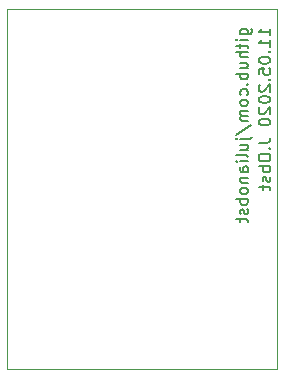
<source format=gbr>
G04 #@! TF.GenerationSoftware,KiCad,Pcbnew,(5.1.4)-1*
G04 #@! TF.CreationDate,2020-05-11T18:22:27+02:00*
G04 #@! TF.ProjectId,JtagArm20Adapter,4a746167-4172-46d3-9230-416461707465,rev?*
G04 #@! TF.SameCoordinates,Original*
G04 #@! TF.FileFunction,Legend,Bot*
G04 #@! TF.FilePolarity,Positive*
%FSLAX46Y46*%
G04 Gerber Fmt 4.6, Leading zero omitted, Abs format (unit mm)*
G04 Created by KiCad (PCBNEW (5.1.4)-1) date 2020-05-11 18:22:27*
%MOMM*%
%LPD*%
G04 APERTURE LIST*
%ADD10C,0.160000*%
%ADD11C,0.050000*%
G04 APERTURE END LIST*
D10*
X158154714Y-80907666D02*
X158964238Y-80907666D01*
X159059476Y-80860047D01*
X159107095Y-80812428D01*
X159154714Y-80717190D01*
X159154714Y-80574333D01*
X159107095Y-80479095D01*
X158773761Y-80907666D02*
X158821380Y-80812428D01*
X158821380Y-80621952D01*
X158773761Y-80526714D01*
X158726142Y-80479095D01*
X158630904Y-80431476D01*
X158345190Y-80431476D01*
X158249952Y-80479095D01*
X158202333Y-80526714D01*
X158154714Y-80621952D01*
X158154714Y-80812428D01*
X158202333Y-80907666D01*
X158821380Y-81383857D02*
X158154714Y-81383857D01*
X157821380Y-81383857D02*
X157869000Y-81336238D01*
X157916619Y-81383857D01*
X157869000Y-81431476D01*
X157821380Y-81383857D01*
X157916619Y-81383857D01*
X158154714Y-81717190D02*
X158154714Y-82098142D01*
X157821380Y-81860047D02*
X158678523Y-81860047D01*
X158773761Y-81907666D01*
X158821380Y-82002904D01*
X158821380Y-82098142D01*
X158821380Y-82431476D02*
X157821380Y-82431476D01*
X158821380Y-82860047D02*
X158297571Y-82860047D01*
X158202333Y-82812428D01*
X158154714Y-82717190D01*
X158154714Y-82574333D01*
X158202333Y-82479095D01*
X158249952Y-82431476D01*
X158154714Y-83764809D02*
X158821380Y-83764809D01*
X158154714Y-83336238D02*
X158678523Y-83336238D01*
X158773761Y-83383857D01*
X158821380Y-83479095D01*
X158821380Y-83621952D01*
X158773761Y-83717190D01*
X158726142Y-83764809D01*
X158821380Y-84241000D02*
X157821380Y-84241000D01*
X158202333Y-84241000D02*
X158154714Y-84336238D01*
X158154714Y-84526714D01*
X158202333Y-84621952D01*
X158249952Y-84669571D01*
X158345190Y-84717190D01*
X158630904Y-84717190D01*
X158726142Y-84669571D01*
X158773761Y-84621952D01*
X158821380Y-84526714D01*
X158821380Y-84336238D01*
X158773761Y-84241000D01*
X158726142Y-85145761D02*
X158773761Y-85193380D01*
X158821380Y-85145761D01*
X158773761Y-85098142D01*
X158726142Y-85145761D01*
X158821380Y-85145761D01*
X158773761Y-86050523D02*
X158821380Y-85955285D01*
X158821380Y-85764809D01*
X158773761Y-85669571D01*
X158726142Y-85621952D01*
X158630904Y-85574333D01*
X158345190Y-85574333D01*
X158249952Y-85621952D01*
X158202333Y-85669571D01*
X158154714Y-85764809D01*
X158154714Y-85955285D01*
X158202333Y-86050523D01*
X158821380Y-86621952D02*
X158773761Y-86526714D01*
X158726142Y-86479095D01*
X158630904Y-86431476D01*
X158345190Y-86431476D01*
X158249952Y-86479095D01*
X158202333Y-86526714D01*
X158154714Y-86621952D01*
X158154714Y-86764809D01*
X158202333Y-86860047D01*
X158249952Y-86907666D01*
X158345190Y-86955285D01*
X158630904Y-86955285D01*
X158726142Y-86907666D01*
X158773761Y-86860047D01*
X158821380Y-86764809D01*
X158821380Y-86621952D01*
X158821380Y-87383857D02*
X158154714Y-87383857D01*
X158249952Y-87383857D02*
X158202333Y-87431476D01*
X158154714Y-87526714D01*
X158154714Y-87669571D01*
X158202333Y-87764809D01*
X158297571Y-87812428D01*
X158821380Y-87812428D01*
X158297571Y-87812428D02*
X158202333Y-87860047D01*
X158154714Y-87955285D01*
X158154714Y-88098142D01*
X158202333Y-88193380D01*
X158297571Y-88241000D01*
X158821380Y-88241000D01*
X157773761Y-89431476D02*
X159059476Y-88574333D01*
X158154714Y-89764809D02*
X159011857Y-89764809D01*
X159107095Y-89717190D01*
X159154714Y-89621952D01*
X159154714Y-89574333D01*
X157821380Y-89764809D02*
X157869000Y-89717190D01*
X157916619Y-89764809D01*
X157869000Y-89812428D01*
X157821380Y-89764809D01*
X157916619Y-89764809D01*
X158154714Y-90669571D02*
X158821380Y-90669571D01*
X158154714Y-90241000D02*
X158678523Y-90241000D01*
X158773761Y-90288619D01*
X158821380Y-90383857D01*
X158821380Y-90526714D01*
X158773761Y-90621952D01*
X158726142Y-90669571D01*
X158821380Y-91288619D02*
X158773761Y-91193380D01*
X158678523Y-91145761D01*
X157821380Y-91145761D01*
X158821380Y-91669571D02*
X158154714Y-91669571D01*
X157821380Y-91669571D02*
X157869000Y-91621952D01*
X157916619Y-91669571D01*
X157869000Y-91717190D01*
X157821380Y-91669571D01*
X157916619Y-91669571D01*
X158821380Y-92574333D02*
X158297571Y-92574333D01*
X158202333Y-92526714D01*
X158154714Y-92431476D01*
X158154714Y-92241000D01*
X158202333Y-92145761D01*
X158773761Y-92574333D02*
X158821380Y-92479095D01*
X158821380Y-92241000D01*
X158773761Y-92145761D01*
X158678523Y-92098142D01*
X158583285Y-92098142D01*
X158488047Y-92145761D01*
X158440428Y-92241000D01*
X158440428Y-92479095D01*
X158392809Y-92574333D01*
X158154714Y-93050523D02*
X158821380Y-93050523D01*
X158249952Y-93050523D02*
X158202333Y-93098142D01*
X158154714Y-93193380D01*
X158154714Y-93336238D01*
X158202333Y-93431476D01*
X158297571Y-93479095D01*
X158821380Y-93479095D01*
X158821380Y-94098142D02*
X158773761Y-94002904D01*
X158726142Y-93955285D01*
X158630904Y-93907666D01*
X158345190Y-93907666D01*
X158249952Y-93955285D01*
X158202333Y-94002904D01*
X158154714Y-94098142D01*
X158154714Y-94241000D01*
X158202333Y-94336238D01*
X158249952Y-94383857D01*
X158345190Y-94431476D01*
X158630904Y-94431476D01*
X158726142Y-94383857D01*
X158773761Y-94336238D01*
X158821380Y-94241000D01*
X158821380Y-94098142D01*
X158821380Y-94860047D02*
X157821380Y-94860047D01*
X158202333Y-94860047D02*
X158154714Y-94955285D01*
X158154714Y-95145761D01*
X158202333Y-95241000D01*
X158249952Y-95288619D01*
X158345190Y-95336238D01*
X158630904Y-95336238D01*
X158726142Y-95288619D01*
X158773761Y-95241000D01*
X158821380Y-95145761D01*
X158821380Y-94955285D01*
X158773761Y-94860047D01*
X158773761Y-95717190D02*
X158821380Y-95812428D01*
X158821380Y-96002904D01*
X158773761Y-96098142D01*
X158678523Y-96145761D01*
X158630904Y-96145761D01*
X158535666Y-96098142D01*
X158488047Y-96002904D01*
X158488047Y-95860047D01*
X158440428Y-95764809D01*
X158345190Y-95717190D01*
X158297571Y-95717190D01*
X158202333Y-95764809D01*
X158154714Y-95860047D01*
X158154714Y-96002904D01*
X158202333Y-96098142D01*
X158154714Y-96431476D02*
X158154714Y-96812428D01*
X157821380Y-96574333D02*
X158678523Y-96574333D01*
X158773761Y-96621952D01*
X158821380Y-96717190D01*
X158821380Y-96812428D01*
X160726380Y-81002904D02*
X160726380Y-80431476D01*
X160726380Y-80717190D02*
X159726380Y-80717190D01*
X159869238Y-80621952D01*
X159964476Y-80526714D01*
X160012095Y-80431476D01*
X160726380Y-81955285D02*
X160726380Y-81383857D01*
X160726380Y-81669571D02*
X159726380Y-81669571D01*
X159869238Y-81574333D01*
X159964476Y-81479095D01*
X160012095Y-81383857D01*
X160631142Y-82383857D02*
X160678761Y-82431476D01*
X160726380Y-82383857D01*
X160678761Y-82336238D01*
X160631142Y-82383857D01*
X160726380Y-82383857D01*
X159726380Y-83050523D02*
X159726380Y-83145761D01*
X159774000Y-83241000D01*
X159821619Y-83288619D01*
X159916857Y-83336238D01*
X160107333Y-83383857D01*
X160345428Y-83383857D01*
X160535904Y-83336238D01*
X160631142Y-83288619D01*
X160678761Y-83241000D01*
X160726380Y-83145761D01*
X160726380Y-83050523D01*
X160678761Y-82955285D01*
X160631142Y-82907666D01*
X160535904Y-82860047D01*
X160345428Y-82812428D01*
X160107333Y-82812428D01*
X159916857Y-82860047D01*
X159821619Y-82907666D01*
X159774000Y-82955285D01*
X159726380Y-83050523D01*
X159726380Y-84288619D02*
X159726380Y-83812428D01*
X160202571Y-83764809D01*
X160154952Y-83812428D01*
X160107333Y-83907666D01*
X160107333Y-84145761D01*
X160154952Y-84241000D01*
X160202571Y-84288619D01*
X160297809Y-84336238D01*
X160535904Y-84336238D01*
X160631142Y-84288619D01*
X160678761Y-84241000D01*
X160726380Y-84145761D01*
X160726380Y-83907666D01*
X160678761Y-83812428D01*
X160631142Y-83764809D01*
X160631142Y-84764809D02*
X160678761Y-84812428D01*
X160726380Y-84764809D01*
X160678761Y-84717190D01*
X160631142Y-84764809D01*
X160726380Y-84764809D01*
X159821619Y-85193380D02*
X159774000Y-85241000D01*
X159726380Y-85336238D01*
X159726380Y-85574333D01*
X159774000Y-85669571D01*
X159821619Y-85717190D01*
X159916857Y-85764809D01*
X160012095Y-85764809D01*
X160154952Y-85717190D01*
X160726380Y-85145761D01*
X160726380Y-85764809D01*
X159726380Y-86383857D02*
X159726380Y-86479095D01*
X159774000Y-86574333D01*
X159821619Y-86621952D01*
X159916857Y-86669571D01*
X160107333Y-86717190D01*
X160345428Y-86717190D01*
X160535904Y-86669571D01*
X160631142Y-86621952D01*
X160678761Y-86574333D01*
X160726380Y-86479095D01*
X160726380Y-86383857D01*
X160678761Y-86288619D01*
X160631142Y-86241000D01*
X160535904Y-86193380D01*
X160345428Y-86145761D01*
X160107333Y-86145761D01*
X159916857Y-86193380D01*
X159821619Y-86241000D01*
X159774000Y-86288619D01*
X159726380Y-86383857D01*
X159821619Y-87098142D02*
X159774000Y-87145761D01*
X159726380Y-87241000D01*
X159726380Y-87479095D01*
X159774000Y-87574333D01*
X159821619Y-87621952D01*
X159916857Y-87669571D01*
X160012095Y-87669571D01*
X160154952Y-87621952D01*
X160726380Y-87050523D01*
X160726380Y-87669571D01*
X159726380Y-88288619D02*
X159726380Y-88383857D01*
X159774000Y-88479095D01*
X159821619Y-88526714D01*
X159916857Y-88574333D01*
X160107333Y-88621952D01*
X160345428Y-88621952D01*
X160535904Y-88574333D01*
X160631142Y-88526714D01*
X160678761Y-88479095D01*
X160726380Y-88383857D01*
X160726380Y-88288619D01*
X160678761Y-88193380D01*
X160631142Y-88145761D01*
X160535904Y-88098142D01*
X160345428Y-88050523D01*
X160107333Y-88050523D01*
X159916857Y-88098142D01*
X159821619Y-88145761D01*
X159774000Y-88193380D01*
X159726380Y-88288619D01*
X159726380Y-90098142D02*
X160440666Y-90098142D01*
X160583523Y-90050523D01*
X160678761Y-89955285D01*
X160726380Y-89812428D01*
X160726380Y-89717190D01*
X160631142Y-90574333D02*
X160678761Y-90621952D01*
X160726380Y-90574333D01*
X160678761Y-90526714D01*
X160631142Y-90574333D01*
X160726380Y-90574333D01*
X159726380Y-91241000D02*
X159726380Y-91431476D01*
X159774000Y-91526714D01*
X159869238Y-91621952D01*
X160059714Y-91669571D01*
X160393047Y-91669571D01*
X160583523Y-91621952D01*
X160678761Y-91526714D01*
X160726380Y-91431476D01*
X160726380Y-91241000D01*
X160678761Y-91145761D01*
X160583523Y-91050523D01*
X160393047Y-91002904D01*
X160059714Y-91002904D01*
X159869238Y-91050523D01*
X159774000Y-91145761D01*
X159726380Y-91241000D01*
X160726380Y-92098142D02*
X159726380Y-92098142D01*
X160107333Y-92098142D02*
X160059714Y-92193380D01*
X160059714Y-92383857D01*
X160107333Y-92479095D01*
X160154952Y-92526714D01*
X160250190Y-92574333D01*
X160535904Y-92574333D01*
X160631142Y-92526714D01*
X160678761Y-92479095D01*
X160726380Y-92383857D01*
X160726380Y-92193380D01*
X160678761Y-92098142D01*
X160678761Y-92955285D02*
X160726380Y-93050523D01*
X160726380Y-93241000D01*
X160678761Y-93336238D01*
X160583523Y-93383857D01*
X160535904Y-93383857D01*
X160440666Y-93336238D01*
X160393047Y-93241000D01*
X160393047Y-93098142D01*
X160345428Y-93002904D01*
X160250190Y-92955285D01*
X160202571Y-92955285D01*
X160107333Y-93002904D01*
X160059714Y-93098142D01*
X160059714Y-93241000D01*
X160107333Y-93336238D01*
X160059714Y-93669571D02*
X160059714Y-94050523D01*
X159726380Y-93812428D02*
X160583523Y-93812428D01*
X160678761Y-93860047D01*
X160726380Y-93955285D01*
X160726380Y-94050523D01*
D11*
X138430000Y-109220000D02*
X138430000Y-78740000D01*
X161290000Y-109220000D02*
X138430000Y-109220000D01*
X161290000Y-78740000D02*
X161290000Y-109220000D01*
X138430000Y-78740000D02*
X161290000Y-78740000D01*
M02*

</source>
